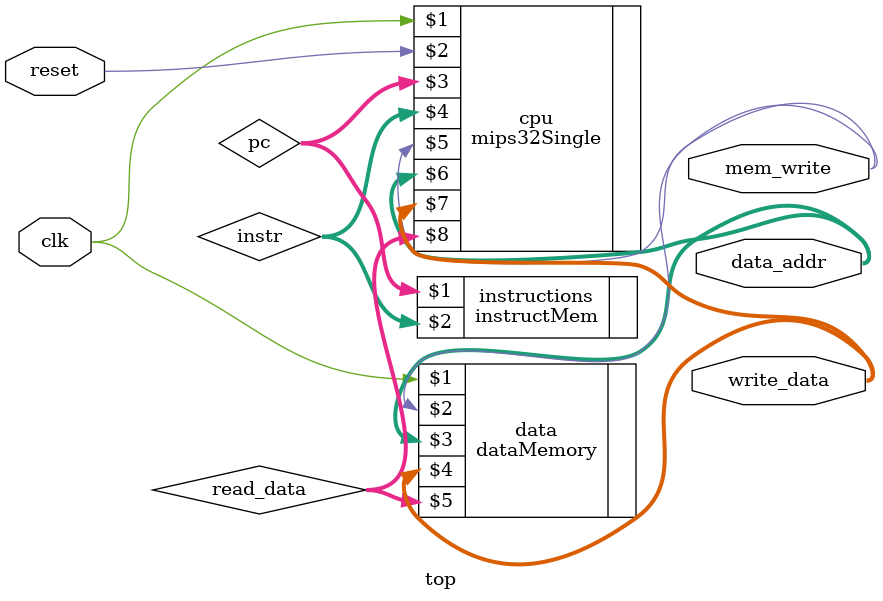
<source format=sv>
module top
	(
		input logic				clk, reset,
		output logic [31:0]	write_data, data_addr, 
		output logic 			mem_write
	);
	
	logic [31:0] pc, instr, read_data;
	
	mips32Single cpu(clk, reset, pc, instr, mem_write, 
							data_addr, write_data, read_data);


								
	instructMem		instructions(pc, instr);
	
	dataMemory					data(clk, mem_write, data_addr, write_data, read_data);
endmodule

</source>
